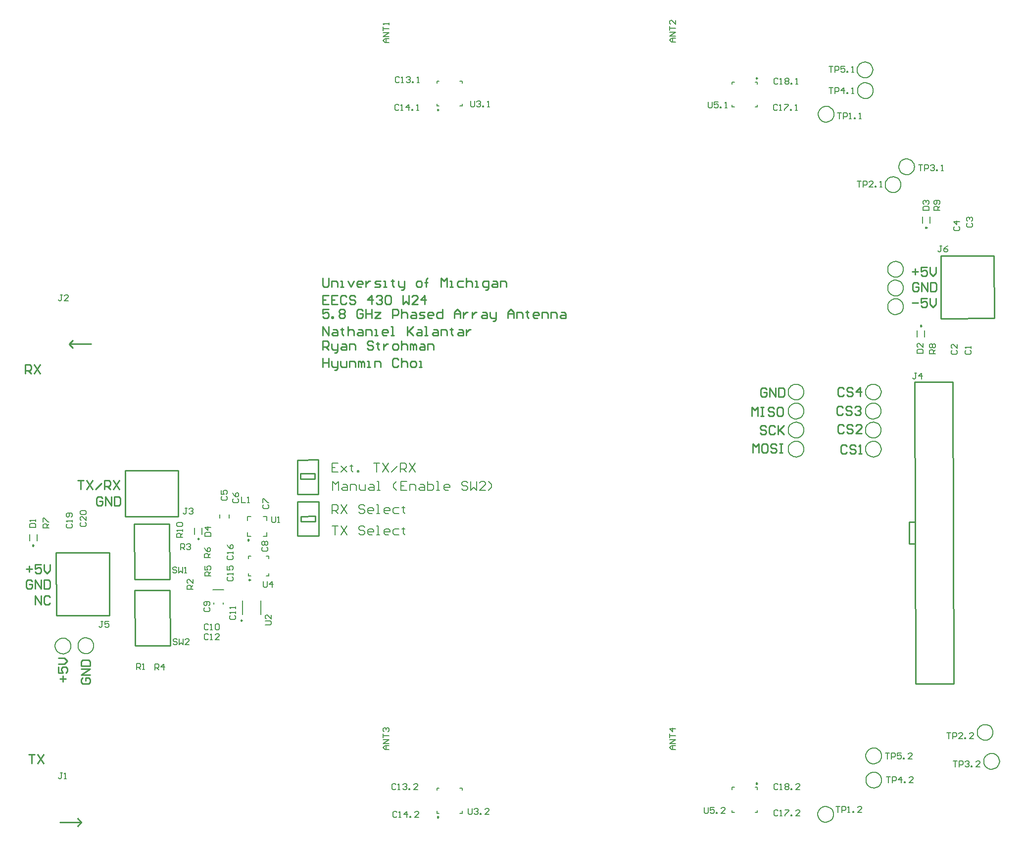
<source format=gto>
G04*
G04 #@! TF.GenerationSoftware,Altium Limited,Altium Designer,23.2.1 (34)*
G04*
G04 Layer_Color=65535*
%FSLAX25Y25*%
%MOIN*%
G70*
G04*
G04 #@! TF.SameCoordinates,CA660C8E-C53F-4193-A26E-31EAB45B7BEE*
G04*
G04*
G04 #@! TF.FilePolarity,Positive*
G04*
G01*
G75*
%ADD10C,0.00984*%
%ADD11C,0.00591*%
%ADD12C,0.01000*%
%ADD13C,0.00787*%
%ADD14C,0.00800*%
D10*
X317794Y337285D02*
X317056Y337711D01*
Y336859D01*
X317794Y337285D01*
X479150Y626240D02*
X478411Y626666D01*
Y625814D01*
X479150Y626240D01*
X693770Y647605D02*
X693032Y648031D01*
Y647179D01*
X693770Y647605D01*
X693736Y172412D02*
X692998Y172838D01*
Y171986D01*
X693736Y172412D01*
X479157Y149811D02*
X478419Y150237D01*
Y149385D01*
X479157Y149811D01*
X808008Y546953D02*
X807270Y547379D01*
Y546527D01*
X808008Y546953D01*
X804598Y480746D02*
X803860Y481172D01*
Y480319D01*
X804598Y480746D01*
X206630Y332780D02*
X205892Y333206D01*
Y332353D01*
X206630Y332780D01*
X346763Y282202D02*
X346024Y282628D01*
Y281776D01*
X346763Y282202D01*
X351530Y336477D02*
X350792Y336903D01*
Y336051D01*
X351530Y336477D01*
X352377Y309568D02*
X351639Y309994D01*
Y309141D01*
X352377Y309568D01*
D11*
X777343Y397708D02*
X777247Y398710D01*
X776964Y399676D01*
X776502Y400571D01*
X775880Y401363D01*
X775119Y402022D01*
X774247Y402525D01*
X773296Y402854D01*
X772300Y402998D01*
X771294Y402950D01*
X770316Y402712D01*
X769400Y402294D01*
X768580Y401710D01*
X767885Y400982D01*
X767341Y400135D01*
X766967Y399200D01*
X766776Y398212D01*
Y397205D01*
X766967Y396217D01*
X767341Y395282D01*
X767885Y394435D01*
X768580Y393706D01*
X769400Y393123D01*
X770316Y392704D01*
X771294Y392467D01*
X772300Y392419D01*
X773296Y392562D01*
X774247Y392892D01*
X775119Y393395D01*
X775880Y394054D01*
X776502Y394846D01*
X776964Y395740D01*
X777247Y396706D01*
X777343Y397708D01*
X852614Y206799D02*
X852518Y207801D01*
X852235Y208767D01*
X851774Y209662D01*
X851151Y210453D01*
X850391Y211113D01*
X849519Y211616D01*
X848567Y211945D01*
X847571Y212088D01*
X846565Y212041D01*
X845587Y211803D01*
X844671Y211385D01*
X843851Y210801D01*
X843157Y210072D01*
X842612Y209226D01*
X842238Y208291D01*
X842048Y207303D01*
Y206296D01*
X842238Y205307D01*
X842612Y204373D01*
X843157Y203526D01*
X843851Y202797D01*
X844671Y202213D01*
X845587Y201795D01*
X846565Y201558D01*
X847571Y201510D01*
X848567Y201653D01*
X849519Y201982D01*
X850391Y202486D01*
X851151Y203145D01*
X851774Y203936D01*
X852235Y204831D01*
X852518Y205797D01*
X852614Y206799D01*
X745485Y623347D02*
X745390Y624349D01*
X745106Y625315D01*
X744645Y626209D01*
X744023Y627001D01*
X743262Y627660D01*
X742390Y628163D01*
X741438Y628492D01*
X740442Y628636D01*
X739436Y628588D01*
X738458Y628350D01*
X737542Y627932D01*
X736722Y627348D01*
X736028Y626620D01*
X735483Y625773D01*
X735109Y624838D01*
X734919Y623850D01*
Y622843D01*
X735109Y621855D01*
X735483Y620920D01*
X736028Y620073D01*
X736722Y619345D01*
X737542Y618761D01*
X738458Y618342D01*
X739436Y618105D01*
X740442Y618057D01*
X741438Y618200D01*
X742390Y618530D01*
X743262Y619033D01*
X744023Y619692D01*
X744645Y620484D01*
X745106Y621378D01*
X745390Y622344D01*
X745485Y623347D01*
X771933Y639248D02*
X771837Y640250D01*
X771554Y641216D01*
X771093Y642111D01*
X770470Y642902D01*
X769709Y643561D01*
X768837Y644065D01*
X767886Y644394D01*
X766890Y644537D01*
X765884Y644489D01*
X764906Y644252D01*
X763990Y643834D01*
X763170Y643250D01*
X762475Y642521D01*
X761931Y641675D01*
X761557Y640740D01*
X761367Y639751D01*
Y638745D01*
X761557Y637756D01*
X761931Y636822D01*
X762475Y635975D01*
X763170Y635246D01*
X763990Y634662D01*
X764906Y634244D01*
X765884Y634007D01*
X766890Y633959D01*
X767886Y634102D01*
X768837Y634431D01*
X769709Y634935D01*
X770470Y635594D01*
X771093Y636385D01*
X771554Y637280D01*
X771837Y638246D01*
X771933Y639248D01*
X771661Y653158D02*
X771566Y654160D01*
X771282Y655126D01*
X770821Y656020D01*
X770198Y656812D01*
X769438Y657471D01*
X768566Y657974D01*
X767615Y658303D01*
X766618Y658447D01*
X765613Y658399D01*
X764634Y658161D01*
X763719Y657743D01*
X762898Y657159D01*
X762204Y656431D01*
X761659Y655584D01*
X761285Y654649D01*
X761095Y653661D01*
Y652654D01*
X761285Y651666D01*
X761659Y650731D01*
X762204Y649884D01*
X762898Y649156D01*
X763719Y648572D01*
X764634Y648153D01*
X765613Y647916D01*
X766618Y647868D01*
X767615Y648011D01*
X768566Y648341D01*
X769438Y648844D01*
X770198Y649503D01*
X770821Y650295D01*
X771282Y651189D01*
X771566Y652155D01*
X771661Y653158D01*
X777247Y410514D02*
X777151Y411516D01*
X776867Y412482D01*
X776406Y413377D01*
X775783Y414168D01*
X775023Y414828D01*
X774151Y415331D01*
X773200Y415660D01*
X772203Y415803D01*
X771198Y415756D01*
X770219Y415518D01*
X769304Y415100D01*
X768483Y414516D01*
X767789Y413788D01*
X767244Y412941D01*
X766870Y412006D01*
X766680Y411018D01*
Y410011D01*
X766870Y409022D01*
X767244Y408088D01*
X767789Y407241D01*
X768483Y406512D01*
X769304Y405928D01*
X770219Y405510D01*
X771198Y405273D01*
X772203Y405225D01*
X773200Y405368D01*
X774151Y405697D01*
X775023Y406201D01*
X775783Y406860D01*
X776406Y407651D01*
X776867Y408546D01*
X777151Y409512D01*
X777247Y410514D01*
Y423320D02*
X777151Y424322D01*
X776867Y425288D01*
X776406Y426183D01*
X775783Y426974D01*
X775023Y427633D01*
X774151Y428137D01*
X773200Y428466D01*
X772203Y428609D01*
X771198Y428561D01*
X770219Y428324D01*
X769304Y427906D01*
X768483Y427322D01*
X767789Y426593D01*
X767244Y425747D01*
X766870Y424812D01*
X766680Y423823D01*
Y422817D01*
X766870Y421828D01*
X767244Y420894D01*
X767789Y420047D01*
X768483Y419318D01*
X769304Y418734D01*
X770219Y418316D01*
X771198Y418079D01*
X772203Y418031D01*
X773200Y418174D01*
X774151Y418503D01*
X775023Y419007D01*
X775783Y419666D01*
X776406Y420457D01*
X776867Y421352D01*
X777151Y422318D01*
X777247Y423320D01*
X777347Y436126D02*
X777251Y437128D01*
X776967Y438094D01*
X776506Y438989D01*
X775883Y439780D01*
X775123Y440439D01*
X774251Y440943D01*
X773300Y441272D01*
X772303Y441415D01*
X771298Y441367D01*
X770319Y441130D01*
X769404Y440712D01*
X768583Y440128D01*
X767889Y439399D01*
X767345Y438552D01*
X766970Y437618D01*
X766780Y436629D01*
Y435623D01*
X766970Y434634D01*
X767345Y433700D01*
X767889Y432853D01*
X768583Y432124D01*
X769404Y431540D01*
X770319Y431122D01*
X771298Y430885D01*
X772303Y430837D01*
X773300Y430980D01*
X774251Y431309D01*
X775123Y431813D01*
X775883Y432472D01*
X776506Y433263D01*
X776967Y434158D01*
X777251Y435124D01*
X777347Y436126D01*
X792303Y518831D02*
X792207Y519833D01*
X791924Y520799D01*
X791463Y521694D01*
X790840Y522485D01*
X790079Y523144D01*
X789208Y523647D01*
X788256Y523977D01*
X787260Y524120D01*
X786254Y524072D01*
X785276Y523835D01*
X784360Y523417D01*
X783540Y522833D01*
X782845Y522104D01*
X782301Y521257D01*
X781927Y520323D01*
X781737Y519334D01*
Y518327D01*
X781927Y517339D01*
X782301Y516404D01*
X782845Y515557D01*
X783540Y514829D01*
X784360Y514245D01*
X785276Y513827D01*
X786254Y513589D01*
X787260Y513541D01*
X788256Y513685D01*
X789208Y514014D01*
X790079Y514517D01*
X790840Y515177D01*
X791463Y515968D01*
X791924Y516863D01*
X792207Y517829D01*
X792303Y518831D01*
X725295Y410514D02*
X725200Y411516D01*
X724916Y412482D01*
X724455Y413377D01*
X723832Y414168D01*
X723072Y414828D01*
X722200Y415331D01*
X721248Y415660D01*
X720252Y415803D01*
X719246Y415756D01*
X718268Y415518D01*
X717352Y415100D01*
X716532Y414516D01*
X715838Y413788D01*
X715293Y412941D01*
X714919Y412006D01*
X714729Y411018D01*
Y410011D01*
X714919Y409022D01*
X715293Y408088D01*
X715838Y407241D01*
X716532Y406512D01*
X717352Y405928D01*
X718268Y405510D01*
X719246Y405273D01*
X720252Y405225D01*
X721248Y405368D01*
X722200Y405697D01*
X723072Y406201D01*
X723832Y406860D01*
X724455Y407651D01*
X724916Y408546D01*
X725200Y409512D01*
X725295Y410514D01*
Y397708D02*
X725200Y398710D01*
X724916Y399676D01*
X724455Y400571D01*
X723832Y401363D01*
X723072Y402022D01*
X722200Y402525D01*
X721248Y402854D01*
X720252Y402998D01*
X719246Y402950D01*
X718268Y402712D01*
X717352Y402294D01*
X716532Y401710D01*
X715838Y400982D01*
X715293Y400135D01*
X714919Y399200D01*
X714729Y398212D01*
Y397205D01*
X714919Y396217D01*
X715293Y395282D01*
X715838Y394435D01*
X716532Y393706D01*
X717352Y393123D01*
X718268Y392704D01*
X719246Y392467D01*
X720252Y392419D01*
X721248Y392562D01*
X722200Y392892D01*
X723072Y393395D01*
X723832Y394054D01*
X724455Y394846D01*
X724916Y395740D01*
X725200Y396706D01*
X725295Y397708D01*
Y423320D02*
X725200Y424322D01*
X724916Y425288D01*
X724455Y426183D01*
X723832Y426974D01*
X723072Y427633D01*
X722200Y428137D01*
X721248Y428466D01*
X720252Y428609D01*
X719246Y428561D01*
X718268Y428324D01*
X717352Y427906D01*
X716532Y427322D01*
X715838Y426593D01*
X715293Y425747D01*
X714919Y424812D01*
X714729Y423823D01*
Y422817D01*
X714919Y421828D01*
X715293Y420894D01*
X715838Y420047D01*
X716532Y419318D01*
X717352Y418734D01*
X718268Y418316D01*
X719246Y418079D01*
X720252Y418031D01*
X721248Y418174D01*
X722200Y418503D01*
X723072Y419007D01*
X723832Y419666D01*
X724455Y420457D01*
X724916Y421352D01*
X725200Y422318D01*
X725295Y423320D01*
Y436126D02*
X725200Y437128D01*
X724916Y438094D01*
X724455Y438989D01*
X723832Y439780D01*
X723072Y440439D01*
X722200Y440943D01*
X721248Y441272D01*
X720252Y441415D01*
X719246Y441367D01*
X718268Y441130D01*
X717352Y440712D01*
X716532Y440128D01*
X715838Y439399D01*
X715293Y438552D01*
X714919Y437618D01*
X714729Y436629D01*
Y435623D01*
X714919Y434634D01*
X715293Y433700D01*
X715838Y432853D01*
X716532Y432124D01*
X717352Y431540D01*
X718268Y431122D01*
X719246Y430885D01*
X720252Y430837D01*
X721248Y430980D01*
X722200Y431309D01*
X723072Y431813D01*
X723832Y432472D01*
X724455Y433263D01*
X724916Y434158D01*
X725200Y435124D01*
X725295Y436126D01*
X231503Y265031D02*
X231407Y266033D01*
X231124Y266999D01*
X230662Y267894D01*
X230040Y268685D01*
X229279Y269344D01*
X228408Y269847D01*
X227456Y270177D01*
X226460Y270320D01*
X225454Y270272D01*
X224476Y270035D01*
X223560Y269617D01*
X222740Y269033D01*
X222045Y268304D01*
X221501Y267457D01*
X221127Y266523D01*
X220937Y265534D01*
Y264527D01*
X221127Y263539D01*
X221501Y262604D01*
X222045Y261757D01*
X222740Y261029D01*
X223560Y260445D01*
X224476Y260027D01*
X225454Y259789D01*
X226460Y259741D01*
X227456Y259885D01*
X228408Y260214D01*
X229279Y260717D01*
X230040Y261377D01*
X230662Y262168D01*
X231124Y263063D01*
X231407Y264029D01*
X231503Y265031D01*
X246903Y265231D02*
X246808Y266233D01*
X246524Y267199D01*
X246062Y268094D01*
X245440Y268885D01*
X244679Y269544D01*
X243808Y270047D01*
X242856Y270377D01*
X241860Y270520D01*
X240854Y270472D01*
X239876Y270235D01*
X238960Y269817D01*
X238140Y269233D01*
X237445Y268504D01*
X236901Y267657D01*
X236527Y266723D01*
X236337Y265734D01*
Y264727D01*
X236527Y263739D01*
X236901Y262804D01*
X237445Y261957D01*
X238140Y261229D01*
X238960Y260645D01*
X239876Y260227D01*
X240854Y259989D01*
X241860Y259941D01*
X242856Y260085D01*
X243808Y260414D01*
X244679Y260917D01*
X245440Y261577D01*
X246062Y262368D01*
X246524Y263263D01*
X246808Y264229D01*
X246903Y265231D01*
X792303Y493631D02*
X792207Y494633D01*
X791924Y495599D01*
X791463Y496493D01*
X790840Y497285D01*
X790079Y497944D01*
X789208Y498448D01*
X788256Y498777D01*
X787260Y498920D01*
X786254Y498872D01*
X785276Y498635D01*
X784360Y498217D01*
X783540Y497633D01*
X782845Y496904D01*
X782301Y496057D01*
X781927Y495123D01*
X781737Y494134D01*
Y493127D01*
X781927Y492139D01*
X782301Y491204D01*
X782845Y490357D01*
X783540Y489629D01*
X784360Y489045D01*
X785276Y488627D01*
X786254Y488389D01*
X787260Y488341D01*
X788256Y488485D01*
X789208Y488814D01*
X790079Y489317D01*
X790840Y489977D01*
X791463Y490768D01*
X791924Y491663D01*
X792207Y492629D01*
X792303Y493631D01*
Y506231D02*
X792207Y507233D01*
X791924Y508199D01*
X791463Y509094D01*
X790840Y509885D01*
X790079Y510544D01*
X789208Y511048D01*
X788256Y511377D01*
X787260Y511520D01*
X786254Y511472D01*
X785276Y511235D01*
X784360Y510817D01*
X783540Y510233D01*
X782845Y509504D01*
X782301Y508657D01*
X781927Y507723D01*
X781737Y506734D01*
Y505727D01*
X781927Y504739D01*
X782301Y503804D01*
X782845Y502957D01*
X783540Y502229D01*
X784360Y501645D01*
X785276Y501227D01*
X786254Y500989D01*
X787260Y500941D01*
X788256Y501085D01*
X789208Y501414D01*
X790079Y501917D01*
X790840Y502577D01*
X791463Y503368D01*
X791924Y504263D01*
X792207Y505229D01*
X792303Y506231D01*
X777567Y174713D02*
X777471Y175715D01*
X777188Y176681D01*
X776726Y177575D01*
X776104Y178367D01*
X775343Y179026D01*
X774471Y179529D01*
X773520Y179859D01*
X772524Y180002D01*
X771518Y179954D01*
X770540Y179717D01*
X769624Y179298D01*
X768804Y178715D01*
X768109Y177986D01*
X767565Y177139D01*
X767191Y176204D01*
X767000Y175216D01*
Y174209D01*
X767191Y173221D01*
X767565Y172286D01*
X768109Y171439D01*
X768804Y170711D01*
X769624Y170127D01*
X770540Y169709D01*
X771518Y169471D01*
X772524Y169423D01*
X773520Y169567D01*
X774471Y169896D01*
X775343Y170399D01*
X776104Y171058D01*
X776726Y171850D01*
X777188Y172745D01*
X777471Y173710D01*
X777567Y174713D01*
X856980Y187307D02*
X856885Y188309D01*
X856601Y189275D01*
X856140Y190170D01*
X855517Y190961D01*
X854757Y191621D01*
X853885Y192124D01*
X852934Y192453D01*
X851937Y192596D01*
X850931Y192549D01*
X849953Y192311D01*
X849037Y191893D01*
X848217Y191309D01*
X847523Y190580D01*
X846978Y189734D01*
X846604Y188799D01*
X846414Y187810D01*
Y186804D01*
X846604Y185815D01*
X846978Y184881D01*
X847523Y184034D01*
X848217Y183305D01*
X849037Y182721D01*
X849953Y182303D01*
X850931Y182066D01*
X851937Y182018D01*
X852934Y182161D01*
X853885Y182490D01*
X854757Y182994D01*
X855517Y183653D01*
X856140Y184444D01*
X856601Y185339D01*
X856885Y186305D01*
X856980Y187307D01*
X777520Y190976D02*
X777424Y191979D01*
X777140Y192944D01*
X776679Y193839D01*
X776057Y194631D01*
X775296Y195290D01*
X774424Y195793D01*
X773473Y196122D01*
X772476Y196266D01*
X771471Y196218D01*
X770493Y195980D01*
X769577Y195562D01*
X768757Y194978D01*
X768062Y194250D01*
X767518Y193403D01*
X767144Y192468D01*
X766953Y191480D01*
Y190473D01*
X767144Y189485D01*
X767518Y188550D01*
X768062Y187703D01*
X768757Y186975D01*
X769577Y186390D01*
X770493Y185972D01*
X771471Y185735D01*
X772476Y185687D01*
X773473Y185830D01*
X774424Y186160D01*
X775296Y186663D01*
X776057Y187322D01*
X776679Y188113D01*
X777140Y189008D01*
X777424Y189974D01*
X777520Y190976D01*
X799720Y587898D02*
X799625Y588900D01*
X799341Y589866D01*
X798880Y590761D01*
X798258Y591552D01*
X797497Y592211D01*
X796625Y592714D01*
X795674Y593044D01*
X794677Y593187D01*
X793672Y593139D01*
X792693Y592902D01*
X791778Y592484D01*
X790957Y591899D01*
X790263Y591171D01*
X789719Y590324D01*
X789344Y589390D01*
X789154Y588401D01*
Y587394D01*
X789344Y586406D01*
X789719Y585471D01*
X790263Y584624D01*
X790957Y583896D01*
X791778Y583312D01*
X792693Y582894D01*
X793672Y582656D01*
X794677Y582608D01*
X795674Y582752D01*
X796625Y583081D01*
X797497Y583584D01*
X798258Y584243D01*
X798880Y585035D01*
X799341Y585930D01*
X799625Y586896D01*
X799720Y587898D01*
X790563Y575827D02*
X790467Y576829D01*
X790184Y577795D01*
X789722Y578690D01*
X789100Y579481D01*
X788339Y580140D01*
X787467Y580644D01*
X786516Y580973D01*
X785520Y581116D01*
X784514Y581068D01*
X783536Y580831D01*
X782620Y580413D01*
X781800Y579829D01*
X781105Y579100D01*
X780561Y578253D01*
X780187Y577319D01*
X779996Y576330D01*
Y575323D01*
X780187Y574335D01*
X780561Y573400D01*
X781105Y572553D01*
X781800Y571825D01*
X782620Y571241D01*
X783536Y570823D01*
X784514Y570585D01*
X785520Y570538D01*
X786516Y570681D01*
X787467Y571010D01*
X788339Y571513D01*
X789100Y572173D01*
X789722Y572964D01*
X790184Y573859D01*
X790467Y574825D01*
X790563Y575827D01*
X745154Y151618D02*
X745058Y152620D01*
X744774Y153586D01*
X744313Y154481D01*
X743691Y155272D01*
X742930Y155931D01*
X742058Y156435D01*
X741107Y156764D01*
X740110Y156907D01*
X739105Y156860D01*
X738126Y156622D01*
X737211Y156204D01*
X736391Y155620D01*
X735696Y154891D01*
X735152Y154045D01*
X734777Y153110D01*
X734587Y152121D01*
Y151115D01*
X734777Y150126D01*
X735152Y149192D01*
X735696Y148345D01*
X736391Y147616D01*
X737211Y147032D01*
X738126Y146614D01*
X739105Y146377D01*
X740110Y146329D01*
X741107Y146472D01*
X742058Y146801D01*
X742930Y147305D01*
X743691Y147964D01*
X744313Y148755D01*
X744774Y149650D01*
X745058Y150616D01*
X745154Y151618D01*
D12*
X386164Y377516D02*
X395810Y377550D01*
X386151Y381158D02*
X395797Y381191D01*
X395810Y377550D01*
X386151Y381158D02*
X386164Y377516D01*
X384097Y367264D02*
X398270Y367313D01*
X384016Y390394D02*
X398189Y390443D01*
X398270Y367313D01*
X384016Y390394D02*
X384097Y367264D01*
X384294Y339114D02*
X398467Y339164D01*
X384213Y362244D02*
X398386Y362294D01*
X398467Y339164D01*
X384213Y362244D02*
X384294Y339114D01*
X386570Y348776D02*
X396216Y348810D01*
X386558Y352417D02*
X396203Y352451D01*
X396216Y348810D01*
X386558Y352417D02*
X386570Y348776D01*
X825488Y442883D02*
X826197Y239734D01*
X799897Y442793D02*
X800607Y239645D01*
X799897Y442793D02*
X825488Y442883D01*
X800607Y239645D02*
X826197Y239734D01*
X800121Y348721D02*
X800173Y333821D01*
X796221Y348707D02*
X796273Y333807D01*
X796221Y348707D02*
X800121Y348721D01*
X796273Y333807D02*
X800173Y333821D01*
X230449Y468508D02*
X245016D01*
X230449Y468409D02*
Y468508D01*
Y468409D02*
X232909Y465949D01*
X230449Y468508D02*
X232807Y471071D01*
X236260Y143701D02*
X238618Y146264D01*
X236157Y148823D02*
X238618Y146362D01*
Y146264D02*
Y146362D01*
X224051Y146264D02*
X238618D01*
X817530Y485768D02*
X853357Y485893D01*
X817383Y527894D02*
X853210Y528019D01*
X817383Y527894D02*
X817530Y485768D01*
X853210Y528019D02*
X853357Y485893D01*
X221521Y327774D02*
X221668Y285648D01*
X257348Y327899D02*
X257495Y285773D01*
X221668Y285648D02*
X257495Y285773D01*
X221521Y327774D02*
X257348Y327899D01*
X303867Y383366D02*
X303975Y352263D01*
X268040Y383241D02*
X268149Y352138D01*
X268040Y383241D02*
X303867Y383366D01*
X268149Y352138D02*
X303975Y352263D01*
X298253Y302673D02*
X298384Y265271D01*
X274632Y302590D02*
X274762Y265189D01*
X274632Y302590D02*
X298253Y302673D01*
X274762Y265189D02*
X298384Y265271D01*
X297853Y347273D02*
X297984Y309871D01*
X274232Y347190D02*
X274362Y309789D01*
X274232Y347190D02*
X297853Y347273D01*
X274362Y309789D02*
X297984Y309871D01*
X401000Y512984D02*
Y507985D01*
X402000Y506986D01*
X403999D01*
X404999Y507985D01*
Y512984D01*
X406998Y506986D02*
Y510985D01*
X409997D01*
X410997Y509985D01*
Y506986D01*
X412996D02*
X414995D01*
X413996D01*
Y510985D01*
X412996D01*
X417994D02*
X419994Y506986D01*
X421993Y510985D01*
X426992Y506986D02*
X424992D01*
X423993Y507985D01*
Y509985D01*
X424992Y510985D01*
X426992D01*
X427991Y509985D01*
Y508985D01*
X423993D01*
X429991Y510985D02*
Y506986D01*
Y508985D01*
X430990Y509985D01*
X431990Y510985D01*
X432990D01*
X435989Y506986D02*
X438988D01*
X439987Y507985D01*
X438988Y508985D01*
X436988D01*
X435989Y509985D01*
X436988Y510985D01*
X439987D01*
X441987Y506986D02*
X443986D01*
X442986D01*
Y510985D01*
X441987D01*
X447985Y511984D02*
Y510985D01*
X446985D01*
X448984D01*
X447985D01*
Y507985D01*
X448984Y506986D01*
X451983Y510985D02*
Y507985D01*
X452983Y506986D01*
X455982D01*
Y505986D01*
X454983Y504986D01*
X453983D01*
X455982Y506986D02*
Y510985D01*
X464979Y506986D02*
X466979D01*
X467978Y507985D01*
Y509985D01*
X466979Y510985D01*
X464979D01*
X463980Y509985D01*
Y507985D01*
X464979Y506986D01*
X470977D02*
Y511984D01*
Y509985D01*
X469978D01*
X471977D01*
X470977D01*
Y511984D01*
X471977Y512984D01*
X480974Y506986D02*
Y512984D01*
X482973Y510985D01*
X484973Y512984D01*
Y506986D01*
X486972D02*
X488972D01*
X487972D01*
Y510985D01*
X486972D01*
X495969D02*
X492970D01*
X491971Y509985D01*
Y507985D01*
X492970Y506986D01*
X495969D01*
X497969Y512984D02*
Y506986D01*
Y509985D01*
X498968Y510985D01*
X500968D01*
X501967Y509985D01*
Y506986D01*
X503967D02*
X505966D01*
X504966D01*
Y510985D01*
X503967D01*
X510964Y504986D02*
X511964D01*
X512964Y505986D01*
Y510985D01*
X509965D01*
X508965Y509985D01*
Y507985D01*
X509965Y506986D01*
X512964D01*
X515963Y510985D02*
X517962D01*
X518962Y509985D01*
Y506986D01*
X515963D01*
X514963Y507985D01*
X515963Y508985D01*
X518962D01*
X520961Y506986D02*
Y510985D01*
X523960D01*
X524960Y509985D01*
Y506986D01*
X404999Y501387D02*
X401000D01*
Y495389D01*
X404999D01*
X401000Y498388D02*
X402999D01*
X410997Y501387D02*
X406998D01*
Y495389D01*
X410997D01*
X406998Y498388D02*
X408997D01*
X416995Y500387D02*
X415995Y501387D01*
X413996D01*
X412996Y500387D01*
Y496388D01*
X413996Y495389D01*
X415995D01*
X416995Y496388D01*
X422993Y500387D02*
X421993Y501387D01*
X419994D01*
X418994Y500387D01*
Y499387D01*
X419994Y498388D01*
X421993D01*
X422993Y497388D01*
Y496388D01*
X421993Y495389D01*
X419994D01*
X418994Y496388D01*
X433989Y495389D02*
Y501387D01*
X430990Y498388D01*
X434989D01*
X436988Y500387D02*
X437988Y501387D01*
X439987D01*
X440987Y500387D01*
Y499387D01*
X439987Y498388D01*
X438988D01*
X439987D01*
X440987Y497388D01*
Y496388D01*
X439987Y495389D01*
X437988D01*
X436988Y496388D01*
X442986Y500387D02*
X443986Y501387D01*
X445986D01*
X446985Y500387D01*
Y496388D01*
X445986Y495389D01*
X443986D01*
X442986Y496388D01*
Y500387D01*
X454983Y501387D02*
Y495389D01*
X456982Y497388D01*
X458981Y495389D01*
Y501387D01*
X464979Y495389D02*
X460981D01*
X464979Y499387D01*
Y500387D01*
X463980Y501387D01*
X461980D01*
X460981Y500387D01*
X469978Y495389D02*
Y501387D01*
X466979Y498388D01*
X470977D01*
X404999Y491789D02*
X401000D01*
Y488790D01*
X402999Y489790D01*
X403999D01*
X404999Y488790D01*
Y486791D01*
X403999Y485791D01*
X402000D01*
X401000Y486791D01*
X406998Y485791D02*
Y486791D01*
X407998D01*
Y485791D01*
X406998D01*
X411996Y490789D02*
X412996Y491789D01*
X414995D01*
X415995Y490789D01*
Y489790D01*
X414995Y488790D01*
X415995Y487790D01*
Y486791D01*
X414995Y485791D01*
X412996D01*
X411996Y486791D01*
Y487790D01*
X412996Y488790D01*
X411996Y489790D01*
Y490789D01*
X412996Y488790D02*
X414995D01*
X427991Y490789D02*
X426992Y491789D01*
X424992D01*
X423993Y490789D01*
Y486791D01*
X424992Y485791D01*
X426992D01*
X427991Y486791D01*
Y488790D01*
X425992D01*
X429991Y491789D02*
Y485791D01*
Y488790D01*
X433989D01*
Y491789D01*
Y485791D01*
X435989Y489790D02*
X439987D01*
X435989Y485791D01*
X439987D01*
X447985D02*
Y491789D01*
X450984D01*
X451983Y490789D01*
Y488790D01*
X450984Y487790D01*
X447985D01*
X453983Y491789D02*
Y485791D01*
Y488790D01*
X454983Y489790D01*
X456982D01*
X457982Y488790D01*
Y485791D01*
X460981Y489790D02*
X462980D01*
X463980Y488790D01*
Y485791D01*
X460981D01*
X459981Y486791D01*
X460981Y487790D01*
X463980D01*
X465979Y485791D02*
X468978D01*
X469978Y486791D01*
X468978Y487790D01*
X466979D01*
X465979Y488790D01*
X466979Y489790D01*
X469978D01*
X474976Y485791D02*
X472977D01*
X471977Y486791D01*
Y488790D01*
X472977Y489790D01*
X474976D01*
X475976Y488790D01*
Y487790D01*
X471977D01*
X481974Y491789D02*
Y485791D01*
X478975D01*
X477975Y486791D01*
Y488790D01*
X478975Y489790D01*
X481974D01*
X489971Y485791D02*
Y489790D01*
X491971Y491789D01*
X493970Y489790D01*
Y485791D01*
Y488790D01*
X489971D01*
X495969Y489790D02*
Y485791D01*
Y487790D01*
X496969Y488790D01*
X497969Y489790D01*
X498968D01*
X501967D02*
Y485791D01*
Y487790D01*
X502967Y488790D01*
X503967Y489790D01*
X504966D01*
X508965D02*
X510964D01*
X511964Y488790D01*
Y485791D01*
X508965D01*
X507965Y486791D01*
X508965Y487790D01*
X511964D01*
X513964Y489790D02*
Y486791D01*
X514963Y485791D01*
X517962D01*
Y484791D01*
X516962Y483792D01*
X515963D01*
X517962Y485791D02*
Y489790D01*
X525960Y485791D02*
Y489790D01*
X527959Y491789D01*
X529958Y489790D01*
Y485791D01*
Y488790D01*
X525960D01*
X531958Y485791D02*
Y489790D01*
X534957D01*
X535956Y488790D01*
Y485791D01*
X538955Y490789D02*
Y489790D01*
X537956D01*
X539955D01*
X538955D01*
Y486791D01*
X539955Y485791D01*
X545953D02*
X543954D01*
X542954Y486791D01*
Y488790D01*
X543954Y489790D01*
X545953D01*
X546953Y488790D01*
Y487790D01*
X542954D01*
X548952Y485791D02*
Y489790D01*
X551951D01*
X552951Y488790D01*
Y485791D01*
X554950D02*
Y489790D01*
X557949D01*
X558949Y488790D01*
Y485791D01*
X561948Y489790D02*
X563947D01*
X564947Y488790D01*
Y485791D01*
X561948D01*
X560948Y486791D01*
X561948Y487790D01*
X564947D01*
X401000Y474194D02*
Y480192D01*
X404999Y474194D01*
Y480192D01*
X407998Y478193D02*
X409997D01*
X410997Y477193D01*
Y474194D01*
X407998D01*
X406998Y475194D01*
X407998Y476193D01*
X410997D01*
X413996Y479192D02*
Y478193D01*
X412996D01*
X414995D01*
X413996D01*
Y475194D01*
X414995Y474194D01*
X417994Y480192D02*
Y474194D01*
Y477193D01*
X418994Y478193D01*
X420994D01*
X421993Y477193D01*
Y474194D01*
X424992Y478193D02*
X426992D01*
X427991Y477193D01*
Y474194D01*
X424992D01*
X423993Y475194D01*
X424992Y476193D01*
X427991D01*
X429991Y474194D02*
Y478193D01*
X432990D01*
X433989Y477193D01*
Y474194D01*
X435989D02*
X437988D01*
X436988D01*
Y478193D01*
X435989D01*
X443986Y474194D02*
X441987D01*
X440987Y475194D01*
Y477193D01*
X441987Y478193D01*
X443986D01*
X444986Y477193D01*
Y476193D01*
X440987D01*
X446985Y474194D02*
X448984D01*
X447985D01*
Y480192D01*
X446985D01*
X457982D02*
Y474194D01*
Y476193D01*
X461980Y480192D01*
X458981Y477193D01*
X461980Y474194D01*
X464979Y478193D02*
X466979D01*
X467978Y477193D01*
Y474194D01*
X464979D01*
X463980Y475194D01*
X464979Y476193D01*
X467978D01*
X469978Y474194D02*
X471977D01*
X470977D01*
Y480192D01*
X469978D01*
X475976Y478193D02*
X477975D01*
X478975Y477193D01*
Y474194D01*
X475976D01*
X474976Y475194D01*
X475976Y476193D01*
X478975D01*
X480974Y474194D02*
Y478193D01*
X483973D01*
X484973Y477193D01*
Y474194D01*
X487972Y479192D02*
Y478193D01*
X486972D01*
X488972D01*
X487972D01*
Y475194D01*
X488972Y474194D01*
X492970Y478193D02*
X494970D01*
X495969Y477193D01*
Y474194D01*
X492970D01*
X491971Y475194D01*
X492970Y476193D01*
X495969D01*
X497969Y478193D02*
Y474194D01*
Y476193D01*
X498968Y477193D01*
X499968Y478193D01*
X500968D01*
X401000Y464596D02*
Y470594D01*
X403999D01*
X404999Y469595D01*
Y467595D01*
X403999Y466596D01*
X401000D01*
X402999D02*
X404999Y464596D01*
X406998Y468595D02*
Y465596D01*
X407998Y464596D01*
X410997D01*
Y463597D01*
X409997Y462597D01*
X408997D01*
X410997Y464596D02*
Y468595D01*
X413996D02*
X415995D01*
X416995Y467595D01*
Y464596D01*
X413996D01*
X412996Y465596D01*
X413996Y466596D01*
X416995D01*
X418994Y464596D02*
Y468595D01*
X421993D01*
X422993Y467595D01*
Y464596D01*
X434989Y469595D02*
X433989Y470594D01*
X431990D01*
X430990Y469595D01*
Y468595D01*
X431990Y467595D01*
X433989D01*
X434989Y466596D01*
Y465596D01*
X433989Y464596D01*
X431990D01*
X430990Y465596D01*
X437988Y469595D02*
Y468595D01*
X436988D01*
X438988D01*
X437988D01*
Y465596D01*
X438988Y464596D01*
X441987Y468595D02*
Y464596D01*
Y466596D01*
X442986Y467595D01*
X443986Y468595D01*
X444986D01*
X448984Y464596D02*
X450984D01*
X451983Y465596D01*
Y467595D01*
X450984Y468595D01*
X448984D01*
X447985Y467595D01*
Y465596D01*
X448984Y464596D01*
X453983Y470594D02*
Y464596D01*
Y467595D01*
X454983Y468595D01*
X456982D01*
X457982Y467595D01*
Y464596D01*
X459981D02*
Y468595D01*
X460981D01*
X461980Y467595D01*
Y464596D01*
Y467595D01*
X462980Y468595D01*
X463980Y467595D01*
Y464596D01*
X466979Y468595D02*
X468978D01*
X469978Y467595D01*
Y464596D01*
X466979D01*
X465979Y465596D01*
X466979Y466596D01*
X469978D01*
X471977Y464596D02*
Y468595D01*
X474976D01*
X475976Y467595D01*
Y464596D01*
X401000Y458997D02*
Y452999D01*
Y455998D01*
X404999D01*
Y458997D01*
Y452999D01*
X406998Y456998D02*
Y453999D01*
X407998Y452999D01*
X410997D01*
Y452000D01*
X409997Y451000D01*
X408997D01*
X410997Y452999D02*
Y456998D01*
X412996D02*
Y453999D01*
X413996Y452999D01*
X416995D01*
Y456998D01*
X418994Y452999D02*
Y456998D01*
X421993D01*
X422993Y455998D01*
Y452999D01*
X424992D02*
Y456998D01*
X425992D01*
X426992Y455998D01*
Y452999D01*
Y455998D01*
X427991Y456998D01*
X428991Y455998D01*
Y452999D01*
X430990D02*
X432990D01*
X431990D01*
Y456998D01*
X430990D01*
X435989Y452999D02*
Y456998D01*
X438988D01*
X439987Y455998D01*
Y452999D01*
X451983Y457998D02*
X450984Y458997D01*
X448984D01*
X447985Y457998D01*
Y453999D01*
X448984Y452999D01*
X450984D01*
X451983Y453999D01*
X453983Y458997D02*
Y452999D01*
Y455998D01*
X454983Y456998D01*
X456982D01*
X457982Y455998D01*
Y452999D01*
X460981D02*
X462980D01*
X463980Y453999D01*
Y455998D01*
X462980Y456998D01*
X460981D01*
X459981Y455998D01*
Y453999D01*
X460981Y452999D01*
X465979D02*
X467978D01*
X466979D01*
Y456998D01*
X465979D01*
X203308Y191829D02*
X207307D01*
X205307D01*
Y185831D01*
X209306Y191829D02*
X213305Y185831D01*
Y191829D02*
X209306Y185831D01*
X200740Y448740D02*
Y454738D01*
X203739D01*
X204739Y453738D01*
Y451739D01*
X203739Y450739D01*
X200740D01*
X202740D02*
X204739Y448740D01*
X206738Y454738D02*
X210737Y448740D01*
Y454738D02*
X206738Y448740D01*
X236272Y376589D02*
X240270D01*
X238271D01*
Y370590D01*
X242270Y376589D02*
X246268Y370590D01*
Y376589D02*
X242270Y370590D01*
X248268D02*
X252267Y374589D01*
X254266Y370590D02*
Y376589D01*
X257265D01*
X258264Y375589D01*
Y373590D01*
X257265Y372590D01*
X254266D01*
X256265D02*
X258264Y370590D01*
X260264Y376589D02*
X264263Y370590D01*
Y376589D02*
X260264Y370590D01*
X252770Y364762D02*
X251771Y365762D01*
X249771D01*
X248772Y364762D01*
Y360764D01*
X249771Y359764D01*
X251771D01*
X252770Y360764D01*
Y362763D01*
X250771D01*
X254770Y359764D02*
Y365762D01*
X258768Y359764D01*
Y365762D01*
X260768D02*
Y359764D01*
X263767D01*
X264767Y360764D01*
Y364762D01*
X263767Y365762D01*
X260768D01*
X798083Y517290D02*
X802081D01*
X800082Y519290D02*
Y515291D01*
X808079Y520289D02*
X804081D01*
Y517290D01*
X806080Y518290D01*
X807080D01*
X808079Y517290D01*
Y515291D01*
X807080Y514291D01*
X805080D01*
X804081Y515291D01*
X810079Y520289D02*
Y516291D01*
X812078Y514291D01*
X814077Y516291D01*
Y520289D01*
X802377Y509054D02*
X801377Y510053D01*
X799378D01*
X798378Y509054D01*
Y505055D01*
X799378Y504055D01*
X801377D01*
X802377Y505055D01*
Y507054D01*
X800377D01*
X804376Y504055D02*
Y510053D01*
X808375Y504055D01*
Y510053D01*
X810374D02*
Y504055D01*
X813373D01*
X814373Y505055D01*
Y509054D01*
X813373Y510053D01*
X810374D01*
X798279Y496424D02*
X802278D01*
X808276Y499423D02*
X804278D01*
Y496424D01*
X806277Y497424D01*
X807277D01*
X808276Y496424D01*
Y494425D01*
X807277Y493425D01*
X805277D01*
X804278Y494425D01*
X810276Y499423D02*
Y495425D01*
X812275Y493425D01*
X814274Y495425D01*
Y499423D01*
X207335Y293032D02*
Y299030D01*
X211333Y293032D01*
Y299030D01*
X217331Y298030D02*
X216332Y299030D01*
X214332D01*
X213333Y298030D01*
Y294031D01*
X214332Y293032D01*
X216332D01*
X217331Y294031D01*
X205625Y308660D02*
X204625Y309660D01*
X202626D01*
X201626Y308660D01*
Y304661D01*
X202626Y303661D01*
X204625D01*
X205625Y304661D01*
Y306660D01*
X203625D01*
X207624Y303661D02*
Y309660D01*
X211623Y303661D01*
Y309660D01*
X213622D02*
Y303661D01*
X216621D01*
X217621Y304661D01*
Y308660D01*
X216621Y309660D01*
X213622D01*
X201626Y316897D02*
X205625D01*
X203625Y318896D02*
Y314897D01*
X211623Y319896D02*
X207624D01*
Y316897D01*
X209623Y317896D01*
X210623D01*
X211623Y316897D01*
Y314897D01*
X210623Y313898D01*
X208624D01*
X207624Y314897D01*
X213622Y319896D02*
Y315897D01*
X215621Y313898D01*
X217621Y315897D01*
Y319896D01*
X239609Y243732D02*
X238609Y242732D01*
Y240733D01*
X239609Y239733D01*
X243607D01*
X244607Y240733D01*
Y242732D01*
X243607Y243732D01*
X241608D01*
Y241733D01*
X244607Y245731D02*
X238609D01*
X244607Y249730D01*
X238609D01*
Y251729D02*
X244607D01*
Y254728D01*
X243607Y255728D01*
X239609D01*
X238609Y254728D01*
Y251729D01*
X226308Y240833D02*
Y244832D01*
X224308Y242833D02*
X228307D01*
X223309Y250830D02*
Y246831D01*
X226308D01*
X225308Y248831D01*
Y249830D01*
X226308Y250830D01*
X228307D01*
X229307Y249830D01*
Y247831D01*
X228307Y246831D01*
X223309Y252829D02*
X227308D01*
X229307Y254829D01*
X227308Y256828D01*
X223309D01*
X752152Y438225D02*
X751153Y439225D01*
X749153D01*
X748154Y438225D01*
Y434227D01*
X749153Y433227D01*
X751153D01*
X752152Y434227D01*
X758150Y438225D02*
X757151Y439225D01*
X755152D01*
X754152Y438225D01*
Y437226D01*
X755152Y436226D01*
X757151D01*
X758150Y435226D01*
Y434227D01*
X757151Y433227D01*
X755152D01*
X754152Y434227D01*
X763149Y433227D02*
Y439225D01*
X760150Y436226D01*
X764149D01*
X700301Y438025D02*
X699302Y439025D01*
X697302D01*
X696303Y438025D01*
Y434027D01*
X697302Y433027D01*
X699302D01*
X700301Y434027D01*
Y436026D01*
X698302D01*
X702301Y433027D02*
Y439025D01*
X706299Y433027D01*
Y439025D01*
X708299D02*
Y433027D01*
X711298D01*
X712297Y434027D01*
Y438025D01*
X711298Y439025D01*
X708299D01*
X751452Y425620D02*
X750453Y426619D01*
X748453D01*
X747454Y425620D01*
Y421621D01*
X748453Y420621D01*
X750453D01*
X751452Y421621D01*
X757450Y425620D02*
X756451Y426619D01*
X754452D01*
X753452Y425620D01*
Y424620D01*
X754452Y423620D01*
X756451D01*
X757450Y422620D01*
Y421621D01*
X756451Y420621D01*
X754452D01*
X753452Y421621D01*
X759450Y425620D02*
X760450Y426619D01*
X762449D01*
X763449Y425620D01*
Y424620D01*
X762449Y423620D01*
X761449D01*
X762449D01*
X763449Y422620D01*
Y421621D01*
X762449Y420621D01*
X760450D01*
X759450Y421621D01*
X690003Y420021D02*
Y426019D01*
X692003Y424020D01*
X694002Y426019D01*
Y420021D01*
X696001Y426019D02*
X698001D01*
X697001D01*
Y420021D01*
X696001D01*
X698001D01*
X704998Y425020D02*
X703999Y426019D01*
X702000D01*
X701000Y425020D01*
Y424020D01*
X702000Y423020D01*
X703999D01*
X704998Y422020D01*
Y421021D01*
X703999Y420021D01*
X702000D01*
X701000Y421021D01*
X709997Y426019D02*
X707998D01*
X706998Y425020D01*
Y421021D01*
X707998Y420021D01*
X709997D01*
X710997Y421021D01*
Y425020D01*
X709997Y426019D01*
X752052Y413314D02*
X751053Y414313D01*
X749053D01*
X748054Y413314D01*
Y409315D01*
X749053Y408315D01*
X751053D01*
X752052Y409315D01*
X758050Y413314D02*
X757051Y414313D01*
X755052D01*
X754052Y413314D01*
Y412314D01*
X755052Y411314D01*
X757051D01*
X758050Y410315D01*
Y409315D01*
X757051Y408315D01*
X755052D01*
X754052Y409315D01*
X764049Y408315D02*
X760050D01*
X764049Y412314D01*
Y413314D01*
X763049Y414313D01*
X761050D01*
X760050Y413314D01*
X690803Y395109D02*
Y401107D01*
X692803Y399108D01*
X694802Y401107D01*
Y395109D01*
X699800Y401107D02*
X697801D01*
X696801Y400108D01*
Y396109D01*
X697801Y395109D01*
X699800D01*
X700800Y396109D01*
Y400108D01*
X699800Y401107D01*
X706798Y400108D02*
X705798Y401107D01*
X703799D01*
X702799Y400108D01*
Y399108D01*
X703799Y398108D01*
X705798D01*
X706798Y397109D01*
Y396109D01*
X705798Y395109D01*
X703799D01*
X702799Y396109D01*
X708797Y401107D02*
X710797D01*
X709797D01*
Y395109D01*
X708797D01*
X710797D01*
X754152Y399725D02*
X753153Y400725D01*
X751153D01*
X750153Y399725D01*
Y395727D01*
X751153Y394727D01*
X753153D01*
X754152Y395727D01*
X760150Y399725D02*
X759151Y400725D01*
X757151D01*
X756151Y399725D01*
Y398726D01*
X757151Y397726D01*
X759151D01*
X760150Y396726D01*
Y395727D01*
X759151Y394727D01*
X757151D01*
X756151Y395727D01*
X762150Y394727D02*
X764149D01*
X763149D01*
Y400725D01*
X762150Y399725D01*
X699801Y412614D02*
X698802Y413613D01*
X696802D01*
X695803Y412614D01*
Y411614D01*
X696802Y410614D01*
X698802D01*
X699801Y409615D01*
Y408615D01*
X698802Y407615D01*
X696802D01*
X695803Y408615D01*
X705799Y412614D02*
X704800Y413613D01*
X702800D01*
X701801Y412614D01*
Y408615D01*
X702800Y407615D01*
X704800D01*
X705799Y408615D01*
X707799Y413613D02*
Y407615D01*
Y409615D01*
X711797Y413613D01*
X708798Y410614D01*
X711797Y407615D01*
D13*
X319976Y340435D02*
Y344765D01*
X314841Y340435D02*
Y344765D01*
X494996Y628799D02*
Y630276D01*
X493520Y628799D02*
X494996D01*
Y644252D02*
Y645728D01*
X493520D02*
X494996D01*
X478067D02*
X479543D01*
X478067Y644252D02*
Y645728D01*
Y628799D02*
Y630276D01*
Y628799D02*
X479543D01*
X676939Y643569D02*
Y645046D01*
X678416D01*
X676939Y628117D02*
Y629593D01*
Y628117D02*
X678416D01*
X692392D02*
X693868D01*
Y629593D01*
Y643569D02*
Y645046D01*
X692392D02*
X693868D01*
X692358Y169853D02*
X693835D01*
Y168377D02*
Y169853D01*
Y152924D02*
Y154401D01*
X692358Y152924D02*
X693835D01*
X676905D02*
X678382D01*
X676905D02*
Y154401D01*
Y169853D02*
X678382D01*
X676905Y168377D02*
Y169853D01*
X495004Y152370D02*
Y153847D01*
X493528Y152370D02*
X495004D01*
Y167823D02*
Y169299D01*
X493528D02*
X495004D01*
X478075D02*
X479551D01*
X478075Y167823D02*
Y169299D01*
Y152370D02*
Y153847D01*
Y152370D02*
X479551D01*
X810190Y550102D02*
Y554433D01*
X805055Y550102D02*
Y554433D01*
X801432Y473265D02*
Y477596D01*
X806567Y473265D02*
Y477596D01*
X208812Y335929D02*
Y340260D01*
X203677Y335929D02*
Y340260D01*
X347156Y286435D02*
Y295490D01*
X359361Y286435D02*
Y295490D01*
X363558Y339036D02*
Y341516D01*
X361077Y339036D02*
X363558D01*
Y349666D02*
Y352146D01*
X361077D02*
X363558D01*
X350448D02*
X352928D01*
X350448Y349666D02*
Y352146D01*
Y339036D02*
Y341516D01*
Y339036D02*
X352928D01*
X351294Y312127D02*
X352967D01*
X351294D02*
Y313800D01*
Y323839D02*
Y325512D01*
X352967D01*
X363007D02*
X364680D01*
Y323839D02*
Y325512D01*
X363007Y312127D02*
X364680D01*
Y313800D01*
X331858Y351250D02*
Y353612D01*
X338158Y351250D02*
Y353612D01*
X327278Y303084D02*
X334562D01*
X327672Y293340D02*
Y294127D01*
X334168Y293340D02*
Y294127D01*
D14*
X499227Y155551D02*
Y152218D01*
X499893Y151552D01*
X501226D01*
X501893Y152218D01*
Y155551D01*
X503225Y154884D02*
X503892Y155551D01*
X505225D01*
X505891Y154884D01*
Y154218D01*
X505225Y153551D01*
X504558D01*
X505225D01*
X505891Y152885D01*
Y152218D01*
X505225Y151552D01*
X503892D01*
X503225Y152218D01*
X507224Y151552D02*
Y152218D01*
X507891D01*
Y151552D01*
X507224D01*
X513222D02*
X510556D01*
X513222Y154218D01*
Y154884D01*
X512556Y155551D01*
X511223D01*
X510556Y154884D01*
X306799Y338202D02*
X302801D01*
Y340201D01*
X303467Y340867D01*
X304800D01*
X305466Y340201D01*
Y338202D01*
Y339534D02*
X306799Y340867D01*
Y342200D02*
Y343533D01*
Y342867D01*
X302801D01*
X303467Y342200D01*
Y345533D02*
X302801Y346199D01*
Y347532D01*
X303467Y348198D01*
X306133D01*
X306799Y347532D01*
Y346199D01*
X306133Y345533D01*
X303467D01*
X321801Y338968D02*
X325799D01*
Y340967D01*
X325133Y341634D01*
X322467D01*
X321801Y340967D01*
Y338968D01*
X325799Y344966D02*
X321801D01*
X323800Y342967D01*
Y345632D01*
X407332Y354347D02*
Y360345D01*
X410330D01*
X411330Y359346D01*
Y357346D01*
X410330Y356347D01*
X407332D01*
X409331D02*
X411330Y354347D01*
X413330Y360345D02*
X417328Y354347D01*
Y360345D02*
X413330Y354347D01*
X429324Y359346D02*
X428325Y360345D01*
X426325D01*
X425326Y359346D01*
Y358346D01*
X426325Y357346D01*
X428325D01*
X429324Y356347D01*
Y355347D01*
X428325Y354347D01*
X426325D01*
X425326Y355347D01*
X434323Y354347D02*
X432323D01*
X431324Y355347D01*
Y357346D01*
X432323Y358346D01*
X434323D01*
X435322Y357346D01*
Y356347D01*
X431324D01*
X437322Y354347D02*
X439321D01*
X438321D01*
Y360345D01*
X437322D01*
X445319Y354347D02*
X443320D01*
X442320Y355347D01*
Y357346D01*
X443320Y358346D01*
X445319D01*
X446319Y357346D01*
Y356347D01*
X442320D01*
X452317Y358346D02*
X449318D01*
X448318Y357346D01*
Y355347D01*
X449318Y354347D01*
X452317D01*
X455316Y359346D02*
Y358346D01*
X454316D01*
X456316D01*
X455316D01*
Y355347D01*
X456316Y354347D01*
X407528Y345877D02*
X411527D01*
X409528D01*
Y339879D01*
X413526Y345877D02*
X417525Y339879D01*
Y345877D02*
X413526Y339879D01*
X429521Y344877D02*
X428522Y345877D01*
X426522D01*
X425523Y344877D01*
Y343877D01*
X426522Y342878D01*
X428522D01*
X429521Y341878D01*
Y340878D01*
X428522Y339879D01*
X426522D01*
X425523Y340878D01*
X434520Y339879D02*
X432520D01*
X431521Y340878D01*
Y342878D01*
X432520Y343877D01*
X434520D01*
X435519Y342878D01*
Y341878D01*
X431521D01*
X437519Y339879D02*
X439518D01*
X438518D01*
Y345877D01*
X437519D01*
X445516Y339879D02*
X443517D01*
X442517Y340878D01*
Y342878D01*
X443517Y343877D01*
X445516D01*
X446516Y342878D01*
Y341878D01*
X442517D01*
X452514Y343877D02*
X449515D01*
X448515Y342878D01*
Y340878D01*
X449515Y339879D01*
X452514D01*
X455513Y344877D02*
Y343877D01*
X454513D01*
X456512D01*
X455513D01*
Y340878D01*
X456512Y339879D01*
X407725Y369800D02*
Y375798D01*
X409725Y373799D01*
X411724Y375798D01*
Y369800D01*
X414723Y373799D02*
X416722D01*
X417722Y372799D01*
Y369800D01*
X414723D01*
X413723Y370800D01*
X414723Y371799D01*
X417722D01*
X419721Y369800D02*
Y373799D01*
X422720D01*
X423720Y372799D01*
Y369800D01*
X425719Y373799D02*
Y370800D01*
X426719Y369800D01*
X429718D01*
Y373799D01*
X432717D02*
X434717D01*
X435716Y372799D01*
Y369800D01*
X432717D01*
X431717Y370800D01*
X432717Y371799D01*
X435716D01*
X437715Y369800D02*
X439715D01*
X438715D01*
Y375798D01*
X437715D01*
X450711Y369800D02*
X448712Y371799D01*
Y373799D01*
X450711Y375798D01*
X457709D02*
X453710D01*
Y369800D01*
X457709D01*
X453710Y372799D02*
X455710D01*
X459708Y369800D02*
Y373799D01*
X462707D01*
X463707Y372799D01*
Y369800D01*
X466706Y373799D02*
X468706D01*
X469705Y372799D01*
Y369800D01*
X466706D01*
X465706Y370800D01*
X466706Y371799D01*
X469705D01*
X471704Y375798D02*
Y369800D01*
X474704D01*
X475703Y370800D01*
Y371799D01*
Y372799D01*
X474704Y373799D01*
X471704D01*
X477703Y369800D02*
X479702D01*
X478702D01*
Y375798D01*
X477703D01*
X485700Y369800D02*
X483701D01*
X482701Y370800D01*
Y372799D01*
X483701Y373799D01*
X485700D01*
X486700Y372799D01*
Y371799D01*
X482701D01*
X498696Y374798D02*
X497696Y375798D01*
X495697D01*
X494697Y374798D01*
Y373799D01*
X495697Y372799D01*
X497696D01*
X498696Y371799D01*
Y370800D01*
X497696Y369800D01*
X495697D01*
X494697Y370800D01*
X500695Y375798D02*
Y369800D01*
X502695Y371799D01*
X504694Y369800D01*
Y375798D01*
X510692Y369800D02*
X506693D01*
X510692Y373799D01*
Y374798D01*
X509692Y375798D01*
X507693D01*
X506693Y374798D01*
X512691Y369800D02*
X514691Y371799D01*
Y373799D01*
X512691Y375798D01*
X411429Y388298D02*
X407430D01*
Y382300D01*
X411429D01*
X407430Y385299D02*
X409429D01*
X413428Y386299D02*
X417427Y382300D01*
X415427Y384299D01*
X417427Y386299D01*
X413428Y382300D01*
X420426Y387298D02*
Y386299D01*
X419426D01*
X421425D01*
X420426D01*
Y383300D01*
X421425Y382300D01*
X424424D02*
Y383300D01*
X425424D01*
Y382300D01*
X424424D01*
X435421Y388298D02*
X439420D01*
X437420D01*
Y382300D01*
X441419Y388298D02*
X445418Y382300D01*
Y388298D02*
X441419Y382300D01*
X447417D02*
X451416Y386299D01*
X453415Y382300D02*
Y388298D01*
X456414D01*
X457414Y387298D01*
Y385299D01*
X456414Y384299D01*
X453415D01*
X455414D02*
X457414Y382300D01*
X459413Y388298D02*
X463412Y382300D01*
Y388298D02*
X459413Y382300D01*
X816897Y558581D02*
X812898D01*
Y560580D01*
X813565Y561247D01*
X814898D01*
X815564Y560580D01*
Y558581D01*
Y559914D02*
X816897Y561247D01*
X816230Y562580D02*
X816897Y563246D01*
Y564579D01*
X816230Y565246D01*
X813565D01*
X812898Y564579D01*
Y563246D01*
X813565Y562580D01*
X814231D01*
X814898Y563246D01*
Y565246D01*
X813807Y462099D02*
X809809D01*
Y464098D01*
X810475Y464764D01*
X811808D01*
X812474Y464098D01*
Y462099D01*
Y463431D02*
X813807Y464764D01*
X810475Y466097D02*
X809809Y466764D01*
Y468096D01*
X810475Y468763D01*
X811141D01*
X811808Y468096D01*
X812474Y468763D01*
X813141D01*
X813807Y468096D01*
Y466764D01*
X813141Y466097D01*
X812474D01*
X811808Y466764D01*
X811141Y466097D01*
X810475D01*
X811808Y466764D02*
Y468096D01*
X216897Y344506D02*
X212898D01*
Y346506D01*
X213565Y347172D01*
X214898D01*
X215564Y346506D01*
Y344506D01*
Y345839D02*
X216897Y347172D01*
X212898Y348505D02*
Y351171D01*
X213565D01*
X216231Y348505D01*
X216897D01*
X805319Y558680D02*
X809318D01*
Y560679D01*
X808652Y561345D01*
X805986D01*
X805319Y560679D01*
Y558680D01*
X805986Y562678D02*
X805319Y563345D01*
Y564678D01*
X805986Y565344D01*
X806652D01*
X807319Y564678D01*
Y564011D01*
Y564678D01*
X807985Y565344D01*
X808652D01*
X809318Y564678D01*
Y563345D01*
X808652Y562678D01*
X801509Y462298D02*
X805507D01*
Y464298D01*
X804841Y464964D01*
X802175D01*
X801509Y464298D01*
Y462298D01*
X805507Y468963D02*
Y466297D01*
X802841Y468963D01*
X802175D01*
X801509Y468296D01*
Y466964D01*
X802175Y466297D01*
X203843Y344976D02*
X207842D01*
Y346975D01*
X207175Y347642D01*
X204510D01*
X203843Y346975D01*
Y344976D01*
X207842Y348975D02*
Y350307D01*
Y349641D01*
X203843D01*
X204510Y348975D01*
X780157Y192779D02*
X782822D01*
X781489D01*
Y188780D01*
X784155D02*
Y192779D01*
X786155D01*
X786821Y192112D01*
Y190779D01*
X786155Y190113D01*
X784155D01*
X790820Y192779D02*
X788154D01*
Y190779D01*
X789487Y191446D01*
X790153D01*
X790820Y190779D01*
Y189447D01*
X790153Y188780D01*
X788820D01*
X788154Y189447D01*
X792153Y188780D02*
Y189447D01*
X792819D01*
Y188780D01*
X792153D01*
X798151D02*
X795485D01*
X798151Y191446D01*
Y192112D01*
X797484Y192779D01*
X796151D01*
X795485Y192112D01*
X741992Y655747D02*
X744658D01*
X743325D01*
Y651749D01*
X745991D02*
Y655747D01*
X747990D01*
X748657Y655081D01*
Y653748D01*
X747990Y653082D01*
X745991D01*
X752655Y655747D02*
X749990D01*
Y653748D01*
X751323Y654415D01*
X751989D01*
X752655Y653748D01*
Y652415D01*
X751989Y651749D01*
X750656D01*
X749990Y652415D01*
X753988Y651749D02*
Y652415D01*
X754655D01*
Y651749D01*
X753988D01*
X757321D02*
X758653D01*
X757987D01*
Y655747D01*
X757321Y655081D01*
X780794Y176810D02*
X783460D01*
X782127D01*
Y172812D01*
X784793D02*
Y176810D01*
X786792D01*
X787459Y176144D01*
Y174811D01*
X786792Y174145D01*
X784793D01*
X790791Y172812D02*
Y176810D01*
X788792Y174811D01*
X791458D01*
X792790Y172812D02*
Y173478D01*
X793457D01*
Y172812D01*
X792790D01*
X798788D02*
X796123D01*
X798788Y175478D01*
Y176144D01*
X798122Y176810D01*
X796789D01*
X796123Y176144D01*
X742264Y641247D02*
X744930D01*
X743597D01*
Y637249D01*
X746263D02*
Y641247D01*
X748262D01*
X748928Y640581D01*
Y639248D01*
X748262Y638582D01*
X746263D01*
X752261Y637249D02*
Y641247D01*
X750261Y639248D01*
X752927D01*
X754260Y637249D02*
Y637915D01*
X754926D01*
Y637249D01*
X754260D01*
X757592D02*
X758925D01*
X758259D01*
Y641247D01*
X757592Y640581D01*
X825956Y187633D02*
X828621D01*
X827289D01*
Y183634D01*
X829954D02*
Y187633D01*
X831954D01*
X832620Y186967D01*
Y185634D01*
X831954Y184967D01*
X829954D01*
X833953Y186967D02*
X834620Y187633D01*
X835952D01*
X836619Y186967D01*
Y186300D01*
X835952Y185634D01*
X835286D01*
X835952D01*
X836619Y184967D01*
Y184301D01*
X835952Y183634D01*
X834620D01*
X833953Y184301D01*
X837952Y183634D02*
Y184301D01*
X838618D01*
Y183634D01*
X837952D01*
X843950D02*
X841284D01*
X843950Y186300D01*
Y186967D01*
X843283Y187633D01*
X841951D01*
X841284Y186967D01*
X802433Y589405D02*
X805099D01*
X803766D01*
Y585406D01*
X806432D02*
Y589405D01*
X808431D01*
X809098Y588738D01*
Y587405D01*
X808431Y586739D01*
X806432D01*
X810431Y588738D02*
X811097Y589405D01*
X812430D01*
X813096Y588738D01*
Y588072D01*
X812430Y587405D01*
X811763D01*
X812430D01*
X813096Y586739D01*
Y586073D01*
X812430Y585406D01*
X811097D01*
X810431Y586073D01*
X814429Y585406D02*
Y586073D01*
X815096D01*
Y585406D01*
X814429D01*
X817762D02*
X819094D01*
X818428D01*
Y589405D01*
X817762Y588738D01*
X821491Y206535D02*
X824157D01*
X822824D01*
Y202536D01*
X825490D02*
Y206535D01*
X827489D01*
X828156Y205868D01*
Y204535D01*
X827489Y203869D01*
X825490D01*
X832154Y202536D02*
X829488D01*
X832154Y205202D01*
Y205868D01*
X831488Y206535D01*
X830155D01*
X829488Y205868D01*
X833487Y202536D02*
Y203203D01*
X834154D01*
Y202536D01*
X833487D01*
X839485D02*
X836819D01*
X839485Y205202D01*
Y205868D01*
X838819Y206535D01*
X837486D01*
X836819Y205868D01*
X761189Y578220D02*
X763855D01*
X762522D01*
Y574221D01*
X765188D02*
Y578220D01*
X767187D01*
X767853Y577553D01*
Y576221D01*
X767187Y575554D01*
X765188D01*
X771852Y574221D02*
X769186D01*
X771852Y576887D01*
Y577553D01*
X771186Y578220D01*
X769853D01*
X769186Y577553D01*
X773185Y574221D02*
Y574888D01*
X773852D01*
Y574221D01*
X773185D01*
X776517D02*
X777850D01*
X777184D01*
Y578220D01*
X776517Y577553D01*
X746844Y156866D02*
X749510D01*
X748177D01*
Y152867D01*
X750843D02*
Y156866D01*
X752842D01*
X753509Y156199D01*
Y154866D01*
X752842Y154200D01*
X750843D01*
X754841Y152867D02*
X756174D01*
X755508D01*
Y156866D01*
X754841Y156199D01*
X758174Y152867D02*
Y153533D01*
X758840D01*
Y152867D01*
X758174D01*
X764172D02*
X761506D01*
X764172Y155533D01*
Y156199D01*
X763505Y156866D01*
X762172D01*
X761506Y156199D01*
X747744Y624263D02*
X750410D01*
X749077D01*
Y620264D01*
X751743D02*
Y624263D01*
X753742D01*
X754408Y623597D01*
Y622264D01*
X753742Y621597D01*
X751743D01*
X755741Y620264D02*
X757074D01*
X756408D01*
Y624263D01*
X755741Y623597D01*
X759073Y620264D02*
Y620931D01*
X759740D01*
Y620264D01*
X759073D01*
X762406D02*
X763739D01*
X763072D01*
Y624263D01*
X762406Y623597D01*
X818267Y534582D02*
X816934D01*
X817600D01*
Y531250D01*
X816934Y530583D01*
X816267D01*
X815601Y531250D01*
X822265Y534582D02*
X820932Y533916D01*
X819600Y532583D01*
Y531250D01*
X820266Y530583D01*
X821599D01*
X822265Y531250D01*
Y531916D01*
X821599Y532583D01*
X819600D01*
X238368Y348421D02*
X237701Y347754D01*
Y346422D01*
X238368Y345755D01*
X241034D01*
X241700Y346422D01*
Y347754D01*
X241034Y348421D01*
X241700Y352419D02*
Y349754D01*
X239034Y352419D01*
X238368D01*
X237701Y351753D01*
Y350420D01*
X238368Y349754D01*
Y353752D02*
X237701Y354419D01*
Y355752D01*
X238368Y356418D01*
X241034D01*
X241700Y355752D01*
Y354419D01*
X241034Y353752D01*
X238368D01*
X229017Y347179D02*
X228351Y346513D01*
Y345180D01*
X229017Y344513D01*
X231683D01*
X232350Y345180D01*
Y346513D01*
X231683Y347179D01*
X232350Y348512D02*
Y349845D01*
Y349179D01*
X228351D01*
X229017Y348512D01*
X231683Y351844D02*
X232350Y352511D01*
Y353844D01*
X231683Y354510D01*
X229017D01*
X228351Y353844D01*
Y352511D01*
X229017Y351844D01*
X229684D01*
X230350Y352511D01*
Y354510D01*
X658172Y156288D02*
Y152956D01*
X658839Y152289D01*
X660172D01*
X660838Y152956D01*
Y156288D01*
X664837D02*
X662171D01*
Y154289D01*
X663504Y154955D01*
X664170D01*
X664837Y154289D01*
Y152956D01*
X664170Y152289D01*
X662838D01*
X662171Y152956D01*
X666170Y152289D02*
Y152956D01*
X666836D01*
Y152289D01*
X666170D01*
X672168D02*
X669502D01*
X672168Y154955D01*
Y155622D01*
X671501Y156288D01*
X670168D01*
X669502Y155622D01*
X660957Y631702D02*
Y628370D01*
X661623Y627703D01*
X662956D01*
X663623Y628370D01*
Y631702D01*
X667621D02*
X664956D01*
Y629702D01*
X666289Y630369D01*
X666955D01*
X667621Y629702D01*
Y628370D01*
X666955Y627703D01*
X665622D01*
X664956Y628370D01*
X668954Y627703D02*
Y628370D01*
X669621D01*
Y627703D01*
X668954D01*
X672287D02*
X673620D01*
X672953D01*
Y631702D01*
X672287Y631035D01*
X707829Y171618D02*
X707162Y172284D01*
X705829D01*
X705163Y171618D01*
Y168952D01*
X705829Y168286D01*
X707162D01*
X707829Y168952D01*
X709162Y168286D02*
X710495D01*
X709828D01*
Y172284D01*
X709162Y171618D01*
X712494D02*
X713160Y172284D01*
X714493D01*
X715160Y171618D01*
Y170951D01*
X714493Y170285D01*
X715160Y169619D01*
Y168952D01*
X714493Y168286D01*
X713160D01*
X712494Y168952D01*
Y169619D01*
X713160Y170285D01*
X712494Y170951D01*
Y171618D01*
X713160Y170285D02*
X714493D01*
X716493Y168286D02*
Y168952D01*
X717159D01*
Y168286D01*
X716493D01*
X722491D02*
X719825D01*
X722491Y170951D01*
Y171618D01*
X721824Y172284D01*
X720491D01*
X719825Y171618D01*
X707787Y646964D02*
X707121Y647631D01*
X705788D01*
X705122Y646964D01*
Y644299D01*
X705788Y643632D01*
X707121D01*
X707787Y644299D01*
X709120Y643632D02*
X710453D01*
X709787D01*
Y647631D01*
X709120Y646964D01*
X712452D02*
X713119Y647631D01*
X714452D01*
X715118Y646964D01*
Y646298D01*
X714452Y645632D01*
X715118Y644965D01*
Y644299D01*
X714452Y643632D01*
X713119D01*
X712452Y644299D01*
Y644965D01*
X713119Y645632D01*
X712452Y646298D01*
Y646964D01*
X713119Y645632D02*
X714452D01*
X716451Y643632D02*
Y644299D01*
X717118D01*
Y643632D01*
X716451D01*
X719783D02*
X721116D01*
X720450D01*
Y647631D01*
X719783Y646964D01*
X707763Y154098D02*
X707097Y154765D01*
X705764D01*
X705097Y154098D01*
Y151433D01*
X705764Y150766D01*
X707097D01*
X707763Y151433D01*
X709096Y150766D02*
X710429D01*
X709763D01*
Y154765D01*
X709096Y154098D01*
X712429Y154765D02*
X715094D01*
Y154098D01*
X712429Y151433D01*
Y150766D01*
X716427D02*
Y151433D01*
X717094D01*
Y150766D01*
X716427D01*
X722425D02*
X719760D01*
X722425Y153432D01*
Y154098D01*
X721759Y154765D01*
X720426D01*
X719760Y154098D01*
X707487Y629248D02*
X706821Y629914D01*
X705488D01*
X704821Y629248D01*
Y626582D01*
X705488Y625916D01*
X706821D01*
X707487Y626582D01*
X708820Y625916D02*
X710153D01*
X709487D01*
Y629914D01*
X708820Y629248D01*
X712152Y629914D02*
X714818D01*
Y629248D01*
X712152Y626582D01*
Y625916D01*
X716151D02*
Y626582D01*
X716818D01*
Y625916D01*
X716151D01*
X719483D02*
X720816D01*
X720150D01*
Y629914D01*
X719483Y629248D01*
X253109Y281629D02*
X251776D01*
X252443D01*
Y278297D01*
X251776Y277631D01*
X251110D01*
X250443Y278297D01*
X257108Y281629D02*
X254442D01*
Y279630D01*
X255775Y280296D01*
X256441D01*
X257108Y279630D01*
Y278297D01*
X256441Y277631D01*
X255108D01*
X254442Y278297D01*
X333576Y366036D02*
X332910Y365370D01*
Y364036D01*
X333576Y363370D01*
X336242D01*
X336909Y364036D01*
Y365370D01*
X336242Y366036D01*
X332910Y370035D02*
Y367369D01*
X334909D01*
X334243Y368702D01*
Y369368D01*
X334909Y370035D01*
X336242D01*
X336909Y369368D01*
Y368035D01*
X336242Y367369D01*
X362509Y279298D02*
X365841D01*
X366507Y279965D01*
Y281298D01*
X365841Y281964D01*
X362509D01*
X366507Y285963D02*
Y283297D01*
X363841Y285963D01*
X363175D01*
X362509Y285297D01*
Y283964D01*
X363175Y283297D01*
X324275Y272664D02*
X323609Y273330D01*
X322276D01*
X321609Y272664D01*
Y269998D01*
X322276Y269331D01*
X323609D01*
X324275Y269998D01*
X325608Y269331D02*
X326941D01*
X326275D01*
Y273330D01*
X325608Y272664D01*
X331606Y269331D02*
X328941D01*
X331606Y271997D01*
Y272664D01*
X330940Y273330D01*
X329607D01*
X328941Y272664D01*
X339036Y285670D02*
X338369Y285003D01*
Y283671D01*
X339036Y283004D01*
X341702D01*
X342368Y283671D01*
Y285003D01*
X341702Y285670D01*
X342368Y287003D02*
Y288336D01*
Y287669D01*
X338369D01*
X339036Y287003D01*
X342368Y290335D02*
Y291668D01*
Y291002D01*
X338369D01*
X339036Y290335D01*
X324275Y279364D02*
X323609Y280030D01*
X322276D01*
X321609Y279364D01*
Y276698D01*
X322276Y276031D01*
X323609D01*
X324275Y276698D01*
X325608Y276031D02*
X326941D01*
X326275D01*
Y280030D01*
X325608Y279364D01*
X328941D02*
X329607Y280030D01*
X330940D01*
X331606Y279364D01*
Y276698D01*
X330940Y276031D01*
X329607D01*
X328941Y276698D01*
Y279364D01*
X321812Y290804D02*
X321145Y290137D01*
Y288804D01*
X321812Y288138D01*
X324477D01*
X325144Y288804D01*
Y290137D01*
X324477Y290804D01*
Y292136D02*
X325144Y292803D01*
Y294136D01*
X324477Y294802D01*
X321812D01*
X321145Y294136D01*
Y292803D01*
X321812Y292136D01*
X322478D01*
X323145Y292803D01*
Y294802D01*
X361076Y308730D02*
Y305398D01*
X361742Y304731D01*
X363075D01*
X363741Y305398D01*
Y308730D01*
X367074Y304731D02*
Y308730D01*
X365074Y306731D01*
X367740D01*
X500673Y632275D02*
Y628943D01*
X501339Y628276D01*
X502672D01*
X503338Y628943D01*
Y632275D01*
X504671Y631608D02*
X505338Y632275D01*
X506671D01*
X507337Y631608D01*
Y630942D01*
X506671Y630276D01*
X506004D01*
X506671D01*
X507337Y629609D01*
Y628943D01*
X506671Y628276D01*
X505338D01*
X504671Y628943D01*
X508670Y628276D02*
Y628943D01*
X509337D01*
Y628276D01*
X508670D01*
X512002D02*
X513335D01*
X512669D01*
Y632275D01*
X512002Y631608D01*
X366837Y352315D02*
Y348983D01*
X367503Y348316D01*
X368836D01*
X369503Y348983D01*
Y352315D01*
X370836Y348316D02*
X372168D01*
X371502D01*
Y352315D01*
X370836Y351648D01*
X303134Y269233D02*
X302468Y269899D01*
X301135D01*
X300468Y269233D01*
Y268566D01*
X301135Y267900D01*
X302468D01*
X303134Y267234D01*
Y266567D01*
X302468Y265901D01*
X301135D01*
X300468Y266567D01*
X304467Y269899D02*
Y265901D01*
X305800Y267234D01*
X307133Y265901D01*
Y269899D01*
X311132Y265901D02*
X308466D01*
X311132Y268566D01*
Y269233D01*
X310465Y269899D01*
X309132D01*
X308466Y269233D01*
X302901Y317533D02*
X302234Y318199D01*
X300901D01*
X300235Y317533D01*
Y316866D01*
X300901Y316200D01*
X302234D01*
X302901Y315534D01*
Y314867D01*
X302234Y314201D01*
X300901D01*
X300235Y314867D01*
X304234Y318199D02*
Y314201D01*
X305566Y315534D01*
X306899Y314201D01*
Y318199D01*
X308232Y314201D02*
X309565D01*
X308899D01*
Y318199D01*
X308232Y317533D01*
X325595Y324541D02*
X321597D01*
Y326540D01*
X322263Y327207D01*
X323596D01*
X324262Y326540D01*
Y324541D01*
Y325874D02*
X325595Y327207D01*
X321597Y331206D02*
X322263Y329873D01*
X323596Y328540D01*
X324929D01*
X325595Y329206D01*
Y330539D01*
X324929Y331206D01*
X324262D01*
X323596Y330539D01*
Y328540D01*
X325891Y312140D02*
X321892D01*
Y314139D01*
X322558Y314805D01*
X323891D01*
X324558Y314139D01*
Y312140D01*
Y313472D02*
X325891Y314805D01*
X321892Y318804D02*
Y316138D01*
X323891D01*
X323225Y317471D01*
Y318138D01*
X323891Y318804D01*
X325224D01*
X325891Y318138D01*
Y316805D01*
X325224Y316138D01*
X288291Y249031D02*
Y253030D01*
X290291D01*
X290957Y252364D01*
Y251031D01*
X290291Y250364D01*
X288291D01*
X289624D02*
X290957Y249031D01*
X294289D02*
Y253030D01*
X292290Y251031D01*
X294956D01*
X313707Y303199D02*
X309708D01*
Y305198D01*
X310375Y305864D01*
X311708D01*
X312374Y305198D01*
Y303199D01*
Y304531D02*
X313707Y305864D01*
Y309863D02*
Y307197D01*
X311041Y309863D01*
X310375D01*
X309708Y309196D01*
Y307864D01*
X310375Y307197D01*
X305468Y329801D02*
Y333799D01*
X307467D01*
X308134Y333133D01*
Y331800D01*
X307467Y331134D01*
X305468D01*
X306801D02*
X308134Y329801D01*
X309467Y333133D02*
X310133Y333799D01*
X311466D01*
X312132Y333133D01*
Y332466D01*
X311466Y331800D01*
X310799D01*
X311466D01*
X312132Y331134D01*
Y330467D01*
X311466Y329801D01*
X310133D01*
X309467Y330467D01*
X275742Y249331D02*
Y253330D01*
X277741D01*
X278408Y252664D01*
Y251331D01*
X277741Y250664D01*
X275742D01*
X277075D02*
X278408Y249331D01*
X279741D02*
X281074D01*
X280407D01*
Y253330D01*
X279741Y252664D01*
X346426Y365534D02*
Y361535D01*
X349092D01*
X350425D02*
X351758D01*
X351091D01*
Y365534D01*
X350425Y364867D01*
X801241Y449030D02*
X799908D01*
X800575D01*
Y445698D01*
X799908Y445031D01*
X799242D01*
X798576Y445698D01*
X804574Y445031D02*
Y449030D01*
X802574Y447031D01*
X805240D01*
X309900Y358007D02*
X308568D01*
X309234D01*
Y354675D01*
X308568Y354009D01*
X307901D01*
X307235Y354675D01*
X311233Y357341D02*
X311900Y358007D01*
X313233D01*
X313899Y357341D01*
Y356674D01*
X313233Y356008D01*
X312566D01*
X313233D01*
X313899Y355341D01*
Y354675D01*
X313233Y354009D01*
X311900D01*
X311233Y354675D01*
X225841Y501730D02*
X224509D01*
X225175D01*
Y498398D01*
X224509Y497731D01*
X223842D01*
X223176Y498398D01*
X229840Y497731D02*
X227174D01*
X229840Y500397D01*
Y501064D01*
X229174Y501730D01*
X227841D01*
X227174Y501064D01*
X225908Y179730D02*
X224575D01*
X225241D01*
Y176398D01*
X224575Y175731D01*
X223908D01*
X223242Y176398D01*
X227241Y175731D02*
X228574D01*
X227907D01*
Y179730D01*
X227241Y179064D01*
X337363Y326034D02*
X336696Y325368D01*
Y324035D01*
X337363Y323368D01*
X340029D01*
X340695Y324035D01*
Y325368D01*
X340029Y326034D01*
X340695Y327367D02*
Y328700D01*
Y328034D01*
X336696D01*
X337363Y327367D01*
X336696Y333365D02*
X337363Y332032D01*
X338696Y330699D01*
X340029D01*
X340695Y331366D01*
Y332699D01*
X340029Y333365D01*
X339362D01*
X338696Y332699D01*
Y330699D01*
X337461Y311566D02*
X336795Y310899D01*
Y309566D01*
X337461Y308900D01*
X340127D01*
X340793Y309566D01*
Y310899D01*
X340127Y311566D01*
X340793Y312899D02*
Y314231D01*
Y313565D01*
X336795D01*
X337461Y312899D01*
X336795Y318897D02*
Y316231D01*
X338794D01*
X338128Y317564D01*
Y318230D01*
X338794Y318897D01*
X340127D01*
X340793Y318230D01*
Y316897D01*
X340127Y316231D01*
X450989Y153014D02*
X450323Y153681D01*
X448990D01*
X448323Y153014D01*
Y150348D01*
X448990Y149682D01*
X450323D01*
X450989Y150348D01*
X452322Y149682D02*
X453655D01*
X452989D01*
Y153681D01*
X452322Y153014D01*
X457654Y149682D02*
Y153681D01*
X455654Y151681D01*
X458320D01*
X459653Y149682D02*
Y150348D01*
X460320D01*
Y149682D01*
X459653D01*
X465651D02*
X462986D01*
X465651Y152348D01*
Y153014D01*
X464985Y153681D01*
X463652D01*
X462986Y153014D01*
X452401Y629246D02*
X451734Y629913D01*
X450401D01*
X449735Y629246D01*
Y626580D01*
X450401Y625914D01*
X451734D01*
X452401Y626580D01*
X453734Y625914D02*
X455066D01*
X454400D01*
Y629913D01*
X453734Y629246D01*
X459065Y625914D02*
Y629913D01*
X457066Y627913D01*
X459732D01*
X461064Y625914D02*
Y626580D01*
X461731D01*
Y625914D01*
X461064D01*
X464397D02*
X465730D01*
X465063D01*
Y629913D01*
X464397Y629246D01*
X450463Y171518D02*
X449796Y172184D01*
X448463D01*
X447797Y171518D01*
Y168852D01*
X448463Y168186D01*
X449796D01*
X450463Y168852D01*
X451795Y168186D02*
X453128D01*
X452462D01*
Y172184D01*
X451795Y171518D01*
X455128D02*
X455794Y172184D01*
X457127D01*
X457794Y171518D01*
Y170852D01*
X457127Y170185D01*
X456461D01*
X457127D01*
X457794Y169519D01*
Y168852D01*
X457127Y168186D01*
X455794D01*
X455128Y168852D01*
X459126Y168186D02*
Y168852D01*
X459793D01*
Y168186D01*
X459126D01*
X465125D02*
X462459D01*
X465125Y170852D01*
Y171518D01*
X464458Y172184D01*
X463125D01*
X462459Y171518D01*
X452893Y647849D02*
X452226Y648515D01*
X450893D01*
X450227Y647849D01*
Y645183D01*
X450893Y644516D01*
X452226D01*
X452893Y645183D01*
X454226Y644516D02*
X455559D01*
X454892D01*
Y648515D01*
X454226Y647849D01*
X457558D02*
X458224Y648515D01*
X459557D01*
X460224Y647849D01*
Y647182D01*
X459557Y646516D01*
X458891D01*
X459557D01*
X460224Y645849D01*
Y645183D01*
X459557Y644516D01*
X458224D01*
X457558Y645183D01*
X461557Y644516D02*
Y645183D01*
X462223D01*
Y644516D01*
X461557D01*
X464889D02*
X466222D01*
X465555D01*
Y648515D01*
X464889Y647849D01*
X360875Y331664D02*
X360209Y330998D01*
Y329665D01*
X360875Y328998D01*
X363541D01*
X364207Y329665D01*
Y330998D01*
X363541Y331664D01*
X360875Y332997D02*
X360209Y333664D01*
Y334997D01*
X360875Y335663D01*
X361541D01*
X362208Y334997D01*
X362874Y335663D01*
X363541D01*
X364207Y334997D01*
Y333664D01*
X363541Y332997D01*
X362874D01*
X362208Y333664D01*
X361541Y332997D01*
X360875D01*
X362208Y333664D02*
Y334997D01*
X361535Y360354D02*
X360868Y359687D01*
Y358355D01*
X361535Y357688D01*
X364200D01*
X364867Y358355D01*
Y359687D01*
X364200Y360354D01*
X360868Y361687D02*
Y364353D01*
X361535D01*
X364200Y361687D01*
X364867D01*
X341029Y364413D02*
X340363Y363747D01*
Y362414D01*
X341029Y361747D01*
X343695D01*
X344361Y362414D01*
Y363747D01*
X343695Y364413D01*
X340363Y368412D02*
X341029Y367079D01*
X342362Y365746D01*
X343695D01*
X344361Y366412D01*
Y367745D01*
X343695Y368412D01*
X343028D01*
X342362Y367745D01*
Y365746D01*
X826655Y547763D02*
X825989Y547096D01*
Y545763D01*
X826655Y545097D01*
X829321D01*
X829988Y545763D01*
Y547096D01*
X829321Y547763D01*
X829988Y551095D02*
X825989D01*
X827988Y549096D01*
Y551761D01*
X835612Y549830D02*
X834945Y549163D01*
Y547830D01*
X835612Y547164D01*
X838278D01*
X838944Y547830D01*
Y549163D01*
X838278Y549830D01*
X835612Y551162D02*
X834945Y551829D01*
Y553162D01*
X835612Y553828D01*
X836278D01*
X836945Y553162D01*
Y552495D01*
Y553162D01*
X837611Y553828D01*
X838278D01*
X838944Y553162D01*
Y551829D01*
X838278Y551162D01*
X824984Y464406D02*
X824317Y463739D01*
Y462407D01*
X824984Y461740D01*
X827649D01*
X828316Y462407D01*
Y463739D01*
X827649Y464406D01*
X828316Y468405D02*
Y465739D01*
X825650Y468405D01*
X824984D01*
X824317Y467738D01*
Y466405D01*
X824984Y465739D01*
X834332Y464374D02*
X833666Y463708D01*
Y462375D01*
X834332Y461708D01*
X836998D01*
X837665Y462375D01*
Y463708D01*
X836998Y464374D01*
X837665Y465707D02*
Y467040D01*
Y466373D01*
X833666D01*
X834332Y465707D01*
X638756Y195385D02*
X636090D01*
X634757Y196718D01*
X636090Y198051D01*
X638756D01*
X636757D01*
Y195385D01*
X638756Y199383D02*
X634757D01*
X638756Y202049D01*
X634757D01*
Y203382D02*
Y206048D01*
Y204715D01*
X638756D01*
Y209380D02*
X634757D01*
X636757Y207381D01*
Y210047D01*
X445843Y195385D02*
X443177D01*
X441844Y196718D01*
X443177Y198051D01*
X445843D01*
X443843D01*
Y195385D01*
X445843Y199383D02*
X441844D01*
X445843Y202049D01*
X441844D01*
Y203382D02*
Y206048D01*
Y204715D01*
X445843D01*
X442510Y207381D02*
X441844Y208047D01*
Y209380D01*
X442510Y210047D01*
X443177D01*
X443843Y209380D01*
Y208714D01*
Y209380D01*
X444510Y210047D01*
X445176D01*
X445843Y209380D01*
Y208047D01*
X445176Y207381D01*
X638748Y671814D02*
X636082D01*
X634749Y673147D01*
X636082Y674480D01*
X638748D01*
X636749D01*
Y671814D01*
X638748Y675813D02*
X634749D01*
X638748Y678478D01*
X634749D01*
Y679811D02*
Y682477D01*
Y681144D01*
X638748D01*
Y686476D02*
Y683810D01*
X636082Y686476D01*
X635416D01*
X634749Y685809D01*
Y684477D01*
X635416Y683810D01*
X445835Y671481D02*
X443169D01*
X441836Y672814D01*
X443169Y674147D01*
X445835D01*
X443835D01*
Y671481D01*
X445835Y675479D02*
X441836D01*
X445835Y678145D01*
X441836D01*
Y679478D02*
Y682144D01*
Y680811D01*
X445835D01*
Y683477D02*
Y684810D01*
Y684143D01*
X441836D01*
X442502Y683477D01*
M02*

</source>
